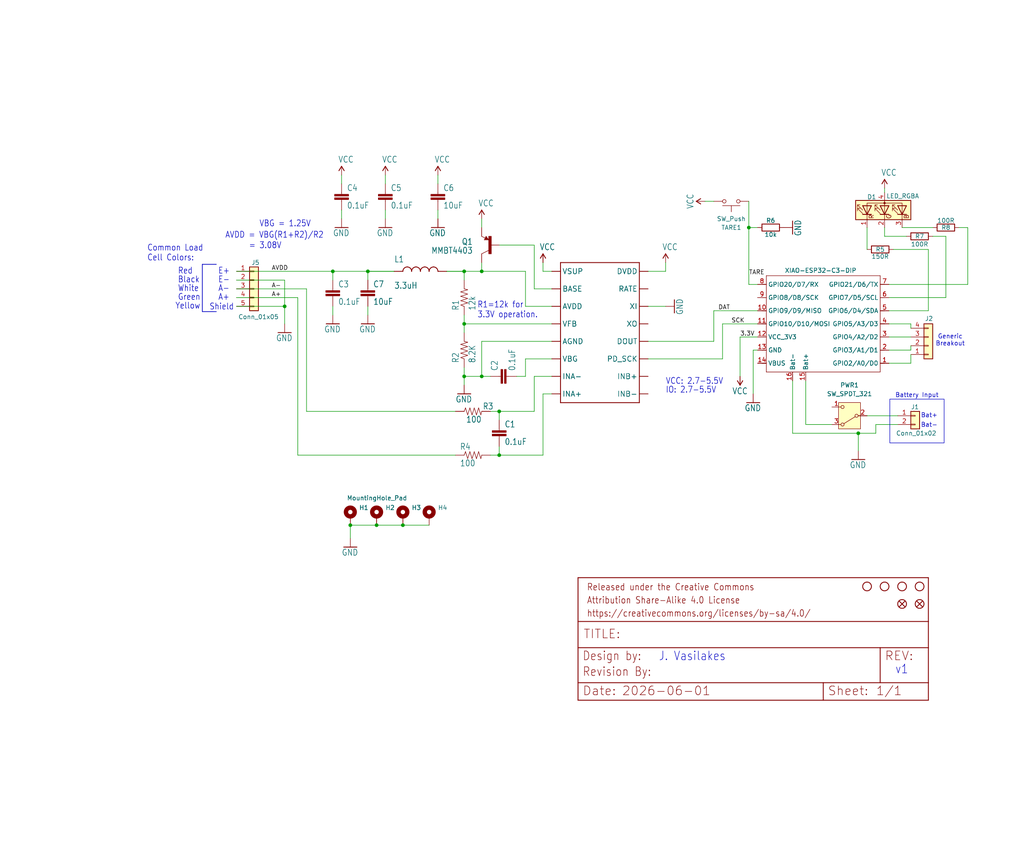
<source format=kicad_sch>
(kicad_sch (version 20250114) (generator "eeschema") (generator_version "9.0")
  (paper "User" 297.002 247.015)
  (lib_symbols
    (symbol "Connector_Generic:Conn_01x02" (pin_names (offset 1.016) (hide yes))
      (property "Reference" "J" (at 0 2.54 0))
      (property "Value" "Conn_01x02" (at 0 -5.08 0))
      (symbol "Conn_01x02_1_1"
        (rectangle (start -1.27 1.27) (end 1.27 -3.81) (stroke (width 0.254)) (fill (type background)))
        (rectangle (start -1.27 0.127) (end 0 -0.127) (stroke (width 0.1524)))
        (rectangle (start -1.27 -2.413) (end 0 -2.667) (stroke (width 0.1524)))
        (pin passive line (at -5.08 0 0) (length 3.81) (name "Pin_1") (number "1"))
        (pin passive line (at -5.08 -2.54 0) (length 3.81) (name "Pin_2") (number "2"))
      )
    )
    (symbol "Connector_Generic:Conn_01x04" (pin_names (offset 1.016) (hide yes))
      (property "Reference" "J" (at 0 5.08 0))
      (property "Value" "Conn_01x04" (at 0 -7.62 0))
      (symbol "Conn_01x04_1_1"
        (rectangle (start -1.27 3.81) (end 1.27 -6.35) (stroke (width 0.254)) (fill (type background)))
        (rectangle (start -1.27 2.667) (end 0 2.413) (stroke (width 0.1524)))
        (rectangle (start -1.27 0.127) (end 0 -0.127) (stroke (width 0.1524)))
        (rectangle (start -1.27 -2.413) (end 0 -2.667) (stroke (width 0.1524)))
        (rectangle (start -1.27 -4.953) (end 0 -5.207) (stroke (width 0.1524)))
        (pin passive line (at -5.08 2.54 0) (length 3.81) (name "Pin_1") (number "1"))
        (pin passive line (at -5.08 0 0) (length 3.81) (name "Pin_2") (number "2"))
        (pin passive line (at -5.08 -2.54 0) (length 3.81) (name "Pin_3") (number "3"))
        (pin passive line (at -5.08 -5.08 0) (length 3.81) (name "Pin_4") (number "4"))
      )
    )
    (symbol "Connector_Generic:Conn_01x05" (pin_names (offset 1.016) (hide yes))
      (property "Reference" "J" (at 0 7.62 0))
      (property "Value" "Conn_01x05" (at 0 -7.62 0))
      (symbol "Conn_01x05_1_1"
        (rectangle (start -1.27 6.35) (end 1.27 -6.35) (stroke (width 0.254)) (fill (type background)))
        (rectangle (start -1.27 5.207) (end 0 4.953) (stroke (width 0.1524)))
        (rectangle (start -1.27 2.667) (end 0 2.413) (stroke (width 0.1524)))
        (rectangle (start -1.27 0.127) (end 0 -0.127) (stroke (width 0.1524)))
        (rectangle (start -1.27 -2.413) (end 0 -2.667) (stroke (width 0.1524)))
        (rectangle (start -1.27 -4.953) (end 0 -5.207) (stroke (width 0.1524)))
        (pin passive line (at -5.08 5.08 0) (length 3.81) (name "Pin_1") (number "1"))
        (pin passive line (at -5.08 2.54 0) (length 3.81) (name "Pin_2") (number "2"))
        (pin passive line (at -5.08 0 0) (length 3.81) (name "Pin_3") (number "3"))
        (pin passive line (at -5.08 -2.54 0) (length 3.81) (name "Pin_4") (number "4"))
        (pin passive line (at -5.08 -5.08 0) (length 3.81) (name "Pin_5") (number "5"))
      )
    )
    (symbol "Device:LED_RGBA" (pin_names (offset 0) (hide yes))
      (property "Reference" "D" (at 0 9.398 0))
      (property "Value" "LED_RGBA" (at 0 -8.89 0))
      (symbol "LED_RGBA_0_0"
        (text "R" (at -1.905 3.81 0) (effects (font (size 1.27 1.27))))
        (text "G" (at -1.905 -1.27 0) (effects (font (size 1.27 1.27))))
        (text "B" (at -1.905 -6.35 0) (effects (font (size 1.27 1.27))))
      )
      (symbol "LED_RGBA_0_1"
        (polyline (pts (xy -1.27 6.35) (xy -1.27 3.81)) (stroke (width 0.254)))
        (polyline (pts (xy -1.27 6.35) (xy -1.27 3.81) (xy -1.27 3.81)))
        (polyline (pts (xy -1.27 5.08) (xy -2.54 5.08)))
        (polyline (pts (xy -1.27 5.08) (xy 1.27 5.08)))
        (polyline (pts (xy -1.27 1.27) (xy -1.27 -1.27)) (stroke (width 0.254)))
        (polyline (pts (xy -1.27 1.27) (xy -1.27 -1.27) (xy -1.27 -1.27)))
        (polyline (pts (xy -1.27 0) (xy -2.54 0)))
        (polyline (pts (xy -1.27 -3.81) (xy -1.27 -6.35)) (stroke (width 0.254)))
        (polyline (pts (xy -1.27 -5.08) (xy -2.54 -5.08)))
        (polyline (pts (xy -1.27 -5.08) (xy 1.27 -5.08)))
        (polyline (pts (xy -1.016 6.35) (xy 0.508 7.874) (xy -0.254 7.874) (xy 0.508 7.874) (xy 0.508 7.112)))
        (polyline (pts (xy -1.016 1.27) (xy 0.508 2.794) (xy -0.254 2.794) (xy 0.508 2.794) (xy 0.508 2.032)))
        (polyline (pts (xy -1.016 -3.81) (xy 0.508 -2.286) (xy -0.254 -2.286) (xy 0.508 -2.286) (xy 0.508 -3.048)))
        (polyline (pts (xy 0 6.35) (xy 1.524 7.874) (xy 0.762 7.874) (xy 1.524 7.874) (xy 1.524 7.112)))
        (polyline (pts (xy 0 1.27) (xy 1.524 2.794) (xy 0.762 2.794) (xy 1.524 2.794) (xy 1.524 2.032)))
        (polyline (pts (xy 0 -3.81) (xy 1.524 -2.286) (xy 0.762 -2.286) (xy 1.524 -2.286) (xy 1.524 -3.048)))
        (polyline (pts (xy 1.27 6.35) (xy 1.27 3.81) (xy -1.27 5.08) (xy 1.27 6.35)) (stroke (width 0.254)))
        (rectangle (start 1.27 6.35) (end 1.27 6.35))
        (rectangle (start 1.27 3.81) (end 1.27 6.35))
        (polyline (pts (xy 1.27 1.27) (xy 1.27 -1.27) (xy -1.27 0) (xy 1.27 1.27)) (stroke (width 0.254)))
        (rectangle (start 1.27 1.27) (end 1.27 1.27))
        (polyline (pts (xy 1.27 0) (xy -1.27 0)))
        (polyline (pts (xy 1.27 0) (xy 2.54 0)))
        (rectangle (start 1.27 -1.27) (end 1.27 1.27))
        (polyline (pts (xy 1.27 -3.81) (xy 1.27 -6.35) (xy -1.27 -5.08) (xy 1.27 -3.81)) (stroke (width 0.254)))
        (polyline (pts (xy 1.27 -5.08) (xy 2.032 -5.08) (xy 2.032 5.08) (xy 1.27 5.08)))
        (circle (center 2.032 0) (radius 0.254) (fill (type outline)))
        (rectangle (start 2.794 8.382) (end -2.794 -7.62) (stroke (width 0.254)) (fill (type background)))
      )
      (symbol "LED_RGBA_1_1"
        (pin passive line (at -5.08 5.08 0) (length 2.54) (name "RK") (number "1"))
        (pin passive line (at -5.08 0 0) (length 2.54) (name "GK") (number "2"))
        (pin passive line (at -5.08 -5.08 0) (length 2.54) (name "BK") (number "3"))
        (pin passive line (at 5.08 0 180) (length 2.54) (name "A") (number "4"))
      )
    )
    (symbol "Device:R" (pin_numbers (hide yes)) (pin_names (offset 0))
      (property "Reference" "R" (at 2.032 0 90))
      (property "Value" "R" (at 0 0 90))
      (symbol "R_0_1"
        (rectangle (start -1.016 -2.54) (end 1.016 2.54) (stroke (width 0.254)))
      )
      (symbol "R_1_1"
        (pin passive line (at 0 3.81 270) (length 1.27) (name "~") (number "1"))
        (pin passive line (at 0 -3.81 90) (length 1.27) (name "~") (number "2"))
      )
    )
    (symbol "Mechanical:MountingHole_Pad" (pin_numbers (hide yes)) (pin_names (offset 1.016) (hide yes)) (in_bom no)
      (property "Reference" "H" (at 0 6.35 0))
      (property "Value" "MountingHole_Pad" (at 0 4.445 0))
      (symbol "MountingHole_Pad_0_1"
        (circle (center 0 1.27) (radius 1.27) (stroke (width 1.27)))
      )
      (symbol "MountingHole_Pad_1_1"
        (pin input line (at 0 -2.54 90) (length 2.54) (name "1") (number "1"))
      )
    )
    (symbol "SparkFun_HX711_Load_Cell-eagle-import:0.1UF-25V-5%(0603)"
      (property "Reference" "C" (at 1.524 2.921 0))
      (symbol "0.1UF-25V-5%(0603)_1_0"
        (rectangle (start -2.032 1.524) (end 2.032 2.032) (fill (type outline)))
        (rectangle (start -2.032 0.508) (end 2.032 1.016) (fill (type outline)))
        (polyline (pts (xy 0 2.54) (xy 0 2.032)) (stroke (width 0.1524)))
        (polyline (pts (xy 0 0) (xy 0 0.508)) (stroke (width 0.1524)))
        (pin passive line (at 0 5.08 270) (length 2.54) (name "1") (number "1"))
        (pin passive line (at 0 -2.54 90) (length 2.54) (name "2") (number "2"))
      )
    )
    (symbol "SparkFun_HX711_Load_Cell-eagle-import:100OHM-1/10W-1%(0603)"
      (property "Reference" "R" (at -3.81 1.4986 0))
      (symbol "100OHM-1/10W-1%(0603)_1_0"
        (polyline (pts (xy -2.54 0) (xy -2.159 1.016)) (stroke (width 0.1524)))
        (polyline (pts (xy -2.159 1.016) (xy -1.524 -1.016)) (stroke (width 0.1524)))
        (polyline (pts (xy -1.524 -1.016) (xy -0.889 1.016)) (stroke (width 0.1524)))
        (polyline (pts (xy -0.889 1.016) (xy -0.254 -1.016)) (stroke (width 0.1524)))
        (polyline (pts (xy -0.254 -1.016) (xy 0.381 1.016)) (stroke (width 0.1524)))
        (polyline (pts (xy 0.381 1.016) (xy 1.016 -1.016)) (stroke (width 0.1524)))
        (polyline (pts (xy 1.016 -1.016) (xy 1.651 1.016)) (stroke (width 0.1524)))
        (polyline (pts (xy 1.651 1.016) (xy 2.286 -1.016)) (stroke (width 0.1524)))
        (polyline (pts (xy 2.286 -1.016) (xy 2.54 0)) (stroke (width 0.1524)))
        (pin passive line (at -5.08 0 0) (length 2.54) (name "1") (number "1"))
        (pin passive line (at 5.08 0 180) (length 2.54) (name "2") (number "2"))
      )
    )
    (symbol "SparkFun_HX711_Load_Cell-eagle-import:10UF50V20%(1210)"
      (property "Reference" "C" (at 1.524 2.921 0))
      (symbol "10UF50V20%(1210)_1_0"
        (rectangle (start -2.032 1.524) (end 2.032 2.032) (fill (type outline)))
        (rectangle (start -2.032 0.508) (end 2.032 1.016) (fill (type outline)))
        (polyline (pts (xy 0 2.54) (xy 0 2.032)) (stroke (width 0.1524)))
        (polyline (pts (xy 0 0) (xy 0 0.508)) (stroke (width 0.1524)))
        (pin passive line (at 0 5.08 270) (length 2.54) (name "1") (number "1"))
        (pin passive line (at 0 -2.54 90) (length 2.54) (name "2") (number "2"))
      )
    )
    (symbol "SparkFun_HX711_Load_Cell-eagle-import:20KOHM1/10W1%(0603)"
      (property "Reference" "R" (at -3.81 1.4986 0))
      (symbol "20KOHM1/10W1%(0603)_1_0"
        (polyline (pts (xy -2.54 0) (xy -2.159 1.016)) (stroke (width 0.1524)))
        (polyline (pts (xy -2.159 1.016) (xy -1.524 -1.016)) (stroke (width 0.1524)))
        (polyline (pts (xy -1.524 -1.016) (xy -0.889 1.016)) (stroke (width 0.1524)))
        (polyline (pts (xy -0.889 1.016) (xy -0.254 -1.016)) (stroke (width 0.1524)))
        (polyline (pts (xy -0.254 -1.016) (xy 0.381 1.016)) (stroke (width 0.1524)))
        (polyline (pts (xy 0.381 1.016) (xy 1.016 -1.016)) (stroke (width 0.1524)))
        (polyline (pts (xy 1.016 -1.016) (xy 1.651 1.016)) (stroke (width 0.1524)))
        (polyline (pts (xy 1.651 1.016) (xy 2.286 -1.016)) (stroke (width 0.1524)))
        (polyline (pts (xy 2.286 -1.016) (xy 2.54 0)) (stroke (width 0.1524)))
        (pin passive line (at -5.08 0 0) (length 2.54) (name "1") (number "1"))
        (pin passive line (at 5.08 0 180) (length 2.54) (name "2") (number "2"))
      )
    )
    (symbol "SparkFun_HX711_Load_Cell-eagle-import:8.2KOHM-1/10W-5%(0603)"
      (property "Reference" "R" (at -3.81 1.4986 0))
      (symbol "8.2KOHM-1/10W-5%(0603)_1_0"
        (polyline (pts (xy -2.54 0) (xy -2.159 1.016)) (stroke (width 0.1524)))
        (polyline (pts (xy -2.159 1.016) (xy -1.524 -1.016)) (stroke (width 0.1524)))
        (polyline (pts (xy -1.524 -1.016) (xy -0.889 1.016)) (stroke (width 0.1524)))
        (polyline (pts (xy -0.889 1.016) (xy -0.254 -1.016)) (stroke (width 0.1524)))
        (polyline (pts (xy -0.254 -1.016) (xy 0.381 1.016)) (stroke (width 0.1524)))
        (polyline (pts (xy 0.381 1.016) (xy 1.016 -1.016)) (stroke (width 0.1524)))
        (polyline (pts (xy 1.016 -1.016) (xy 1.651 1.016)) (stroke (width 0.1524)))
        (polyline (pts (xy 1.651 1.016) (xy 2.286 -1.016)) (stroke (width 0.1524)))
        (polyline (pts (xy 2.286 -1.016) (xy 2.54 0)) (stroke (width 0.1524)))
        (pin passive line (at -5.08 0 0) (length 2.54) (name "1") (number "1"))
        (pin passive line (at 5.08 0 180) (length 2.54) (name "2") (number "2"))
      )
    )
    (symbol "SparkFun_HX711_Load_Cell-eagle-import:FIDUCIAL1X2"
      (symbol "FIDUCIAL1X2_1_0"
        (polyline (pts (xy -0.762 0.762) (xy 0.762 -0.762)) (stroke (width 0.254)))
        (circle (center 0 0) (radius 1.27) (stroke (width 0.254)))
        (polyline (pts (xy 0.762 0.762) (xy -0.762 -0.762)) (stroke (width 0.254)))
      )
    )
    (symbol "SparkFun_HX711_Load_Cell-eagle-import:FRAME-LETTER"
      (symbol "FRAME-LETTER_1_0"
        (polyline (pts (xy 0 185.42) (xy 0 0)) (stroke (width 0.4064)))
        (polyline (pts (xy 0 185.42) (xy 248.92 185.42)) (stroke (width 0.4064)))
        (polyline (pts (xy 0 0) (xy 248.92 0)) (stroke (width 0.4064)))
        (polyline (pts (xy 248.92 185.42) (xy 248.92 0)) (stroke (width 0.4064)))
      )
      (symbol "FRAME-LETTER_2_0"
        (polyline (pts (xy 0 22.86) (xy 0 35.56)) (stroke (width 0.254)))
        (polyline (pts (xy 0 22.86) (xy 101.6 22.86)) (stroke (width 0.254)))
        (polyline (pts (xy 0 15.24) (xy 0 22.86)) (stroke (width 0.254)))
        (polyline (pts (xy 0 5.08) (xy 0 15.24)) (stroke (width 0.254)))
        (polyline (pts (xy 0 5.08) (xy 71.12 5.08)) (stroke (width 0.254)))
        (polyline (pts (xy 0 0) (xy 0 5.08)) (stroke (width 0.254)))
        (polyline (pts (xy 0 0) (xy 71.12 0)) (stroke (width 0.254)))
        (polyline (pts (xy 71.12 5.08) (xy 71.12 0)) (stroke (width 0.254)))
        (polyline (pts (xy 71.12 5.08) (xy 87.63 5.08)) (stroke (width 0.254)))
        (polyline (pts (xy 71.12 0) (xy 101.6 0)) (stroke (width 0.254)))
        (polyline (pts (xy 87.63 15.24) (xy 0 15.24)) (stroke (width 0.254)))
        (polyline (pts (xy 87.63 15.24) (xy 87.63 5.08)) (stroke (width 0.254)))
        (polyline (pts (xy 87.63 5.08) (xy 101.6 5.08)) (stroke (width 0.254)))
        (polyline (pts (xy 101.6 35.56) (xy 0 35.56)) (stroke (width 0.254)))
        (polyline (pts (xy 101.6 35.56) (xy 101.6 22.86)) (stroke (width 0.254)))
        (polyline (pts (xy 101.6 22.86) (xy 101.6 15.24)) (stroke (width 0.254)))
        (polyline (pts (xy 101.6 15.24) (xy 87.63 15.24)) (stroke (width 0.254)))
        (polyline (pts (xy 101.6 15.24) (xy 101.6 5.08)) (stroke (width 0.254)))
        (polyline (pts (xy 101.6 5.08) (xy 101.6 0)) (stroke (width 0.254)))
        (text "Design by:" (at 1.27 11.43 0) (effects (font (size 2.54 2.159)) (justify left bottom)))
        (text "Date:" (at 1.27 1.27 0) (effects (font (size 2.54 2.54)) (justify left bottom)))
        (text "TITLE:" (at 1.524 17.78 0) (effects (font (size 2.54 2.54)) (justify left bottom)))
        (text "Released under the Creative Commons" (at 2.54 31.75 0) (effects (font (size 1.9304 1.6408)) (justify left bottom)))
        (text "Attribution Share-Alike 4.0 License" (at 2.54 27.94 0) (effects (font (size 1.9304 1.6408)) (justify left bottom)))
        (text "https://creativecommons.org/licenses/by-sa/4.0/" (at 2.54 24.13 0) (effects (font (size 1.9304 1.6408)) (justify left bottom)))
        (text "${CURRENT_DATE}" (at 12.7 1.27 0) (effects (font (size 2.54 2.54)) (justify left bottom)))
        (text "${PROJECTNAME}" (at 15.494 17.78 0) (effects (font (size 2.7432 2.7432)) (justify left bottom)))
        (text "Sheet:" (at 72.39 1.27 0) (effects (font (size 2.54 2.54)) (justify left bottom)))
        (text "${#}/${##}" (at 86.36 1.27 0) (effects (font (size 2.54 2.54)) (justify left bottom)))
        (text "REV:" (at 88.9 11.43 0) (effects (font (size 2.54 2.54)) (justify left bottom)))
      )
    )
    (symbol "SparkFun_HX711_Load_Cell-eagle-import:GND" (power)
      (symbol "GND_1_0"
        (polyline (pts (xy -1.905 0) (xy 1.905 0)) (stroke (width 0.254)))
        (pin power_in line (at 0 2.54 270) (length 2.54) (name "GND") (number "1"))
      )
    )
    (symbol "SparkFun_HX711_Load_Cell-eagle-import:HX711HX711"
      (symbol "HX711HX711_1_0"
        (polyline (pts (xy -12.7 20.32) (xy 10.16 20.32)) (stroke (width 0.254)))
        (polyline (pts (xy -12.7 -20.32) (xy -12.7 20.32)) (stroke (width 0.254)))
        (polyline (pts (xy 10.16 20.32) (xy 10.16 -20.32)) (stroke (width 0.254)))
        (polyline (pts (xy 10.16 -20.32) (xy -12.7 -20.32)) (stroke (width 0.254)))
        (pin bidirectional line (at -15.24 17.78 0) (length 2.54) (name "VSUP") (number "1"))
        (pin bidirectional line (at -15.24 12.7 0) (length 2.54) (name "BASE") (number "2"))
        (pin bidirectional line (at -15.24 7.62 0) (length 2.54) (name "AVDD") (number "3"))
        (pin bidirectional line (at -15.24 2.54 0) (length 2.54) (name "VFB") (number "4"))
        (pin bidirectional line (at -15.24 -2.54 0) (length 2.54) (name "AGND") (number "5"))
        (pin bidirectional line (at -15.24 -7.62 0) (length 2.54) (name "VBG") (number "6"))
        (pin bidirectional line (at -15.24 -12.7 0) (length 2.54) (name "INA-") (number "7"))
        (pin bidirectional line (at -15.24 -17.78 0) (length 2.54) (name "INA+") (number "8"))
        (pin bidirectional line (at 12.7 17.78 180) (length 2.54) (name "DVDD") (number "16"))
        (pin bidirectional line (at 12.7 12.7 180) (length 2.54) (name "RATE") (number "15"))
        (pin bidirectional line (at 12.7 7.62 180) (length 2.54) (name "XI") (number "14"))
        (pin bidirectional line (at 12.7 2.54 180) (length 2.54) (name "XO") (number "13"))
        (pin bidirectional line (at 12.7 -2.54 180) (length 2.54) (name "DOUT") (number "12"))
        (pin bidirectional line (at 12.7 -7.62 180) (length 2.54) (name "PD_SCK") (number "11"))
        (pin bidirectional line (at 12.7 -12.7 180) (length 2.54) (name "INB+") (number "10"))
        (pin bidirectional line (at 12.7 -17.78 180) (length 2.54) (name "INB-") (number "9"))
      )
    )
    (symbol "SparkFun_HX711_Load_Cell-eagle-import:INDUCTOR0805-IND"
      (property "Reference" "L" (at 2.54 5.08 0))
      (symbol "INDUCTOR0805-IND_1_0"
        (arc (start 1.27 3.81) (mid 0.898 2.912) (end 0 2.54) (stroke (width 0.254)))
        (arc (start 0 5.08) (mid 0.898 4.708) (end 1.27 3.81) (stroke (width 0.254)))
        (arc (start 1.27 1.27) (mid 0.898 0.372) (end 0 0) (stroke (width 0.254)))
        (arc (start 0 2.54) (mid 0.898 2.168) (end 1.27 1.27) (stroke (width 0.254)))
        (arc (start 1.27 -1.27) (mid 0.898 -2.168) (end 0 -2.54) (stroke (width 0.254)))
        (arc (start 0 0) (mid 0.898 -0.372) (end 1.27 -1.27) (stroke (width 0.254)))
        (arc (start 1.27 -3.81) (mid 0.898 -4.708) (end 0 -5.08) (stroke (width 0.254)))
        (arc (start 0 -2.54) (mid 0.898 -2.912) (end 1.27 -3.81) (stroke (width 0.254)))
        (pin passive line (at 0 7.62 270) (length 2.54) (name "1") (number "1"))
        (pin passive line (at 0 -7.62 90) (length 2.54) (name "2") (number "2"))
      )
    )
    (symbol "SparkFun_HX711_Load_Cell-eagle-import:REVISION"
      (symbol "REVISION_1_0"
        (text "Revision By:" (at 0 0 0) (effects (font (size 2.54 2.159)) (justify left bottom)))
      )
    )
    (symbol "SparkFun_HX711_Load_Cell-eagle-import:STAND-OFF"
      (symbol "STAND-OFF_1_0"
        (circle (center 0 0) (radius 1.27) (stroke (width 0.254)))
      )
    )
    (symbol "SparkFun_HX711_Load_Cell-eagle-import:TRANSISTOR_PNPMMBT4403"
      (property "Reference" "Q" (at 5.08 0 0))
      (symbol "TRANSISTOR_PNPMMBT4403_1_0"
        (rectangle (start -0.254 -2.54) (end 0.508 2.54) (fill (type outline)))
        (polyline (pts (xy 0.508 1.524) (xy 1.27 2.54)) (stroke (width 0.1524)))
        (polyline (pts (xy 0.508 -1.524) (xy 2.54 -2.54)) (stroke (width 0.1524)))
        (polyline (pts (xy 0.8128 1.778) (xy 0.889 1.6256)) (stroke (width 0.2032)))
        (polyline (pts (xy 0.9398 1.8796) (xy 1.0414 1.651)) (stroke (width 0.2032)))
        (polyline (pts (xy 1.016 2.032) (xy 1.2192 1.6256)) (stroke (width 0.2032)))
        (polyline (pts (xy 1.143 2.159) (xy 1.397 1.6256)) (stroke (width 0.2032)))
        (polyline (pts (xy 1.2192 2.3114) (xy 1.5748 1.6256)) (stroke (width 0.2032)))
        (polyline (pts (xy 1.27 2.54) (xy 1.778 1.524)) (stroke (width 0.1524)))
        (polyline (pts (xy 1.778 1.524) (xy 0.508 1.524)) (stroke (width 0.1524)))
        (polyline (pts (xy 2.54 2.54) (xy 0.508 1.524)) (stroke (width 0.1524)))
        (pin passive line (at -2.54 0 0) (length 2.54) (name "B") (number "1"))
        (pin passive line (at 2.54 5.08 270) (length 2.54) (name "E") (number "2"))
        (pin passive line (at 2.54 -5.08 90) (length 2.54) (name "C") (number "3"))
      )
    )
    (symbol "SparkFun_HX711_Load_Cell-eagle-import:VCC" (power)
      (symbol "VCC_1_0"
        (polyline (pts (xy 0 2.54) (xy -0.762 1.27)) (stroke (width 0.254)))
        (polyline (pts (xy 0.762 1.27) (xy 0 2.54)) (stroke (width 0.254)))
        (pin power_in line (at 0 0 90) (length 2.54) (name "VCC") (number "1"))
      )
    )
    (symbol "Switch:SW_Push" (pin_numbers (hide yes)) (pin_names (offset 1.016) (hide yes))
      (property "Reference" "SW" (at 1.27 2.54 0))
      (property "Value" "SW_Push" (at 0 -1.524 0))
      (symbol "SW_Push_0_1"
        (circle (center -2.032 0) (radius 0.508))
        (polyline (pts (xy 0 1.27) (xy 0 3.048)))
        (circle (center 2.032 0) (radius 0.508))
        (polyline (pts (xy 2.54 1.27) (xy -2.54 1.27)))
        (pin passive line (at -5.08 0 0) (length 2.54) (name "1") (number "1"))
        (pin passive line (at 5.08 0 180) (length 2.54) (name "2") (number "2"))
      )
    )
    (symbol "Switch:SW_SPDT_321" (pin_names (offset 1) (hide yes))
      (property "Reference" "SW" (at 0 5.08 0))
      (property "Value" "SW_SPDT_321" (at 0 -5.08 0))
      (symbol "SW_SPDT_321_0_1"
        (circle (center -2.032 0) (radius 0.4572))
        (polyline (pts (xy -1.651 0.254) (xy 1.651 2.286)))
        (circle (center 2.032 2.54) (radius 0.4572))
        (circle (center 2.032 -2.54) (radius 0.4572))
      )
      (symbol "SW_SPDT_321_1_1"
        (rectangle (start -3.175 3.81) (end 3.175 -3.81) (fill (type background)))
        (pin passive line (at -5.08 0 0) (length 2.54) (name "B") (number "2"))
        (pin passive line (at 5.08 2.54 180) (length 2.54) (name "A") (number "3"))
        (pin passive line (at 5.08 -2.54 180) (length 2.54) (name "C") (number "1"))
      )
    )
    (symbol "xiao:XIAO-ESP32-C3-DIP"
      (property "Reference" "U" (at 1.016 2.794 0))
      (property "Value" "XIAO-ESP32-C3-DIP" (at 7.62 1.016 0))
      (symbol "XIAO-ESP32-C3-DIP_1_0"
        (polyline (pts (xy 0 0) (xy 33.02 0)) (stroke (width 0.1524)))
        (polyline (pts (xy 0 -2.54) (xy -1.27 -2.54)) (stroke (width 0.1524)))
        (polyline (pts (xy 0 -2.54) (xy 0 0)) (stroke (width 0.1524)))
        (polyline (pts (xy 0 -6.35) (xy -1.27 -6.35)) (stroke (width 0.1524)))
        (polyline (pts (xy 0 -6.35) (xy 0 -2.54)) (stroke (width 0.1524)))
        (polyline (pts (xy 0 -10.16) (xy -1.27 -10.16)) (stroke (width 0.1524)))
        (polyline (pts (xy 0 -10.16) (xy 0 -6.35)) (stroke (width 0.1524)))
        (polyline (pts (xy 0 -13.97) (xy -1.27 -13.97)) (stroke (width 0.1524)))
        (polyline (pts (xy 0 -13.97) (xy 0 -10.16)) (stroke (width 0.1524)))
        (polyline (pts (xy 0 -17.78) (xy -1.27 -17.78)) (stroke (width 0.1524)))
        (polyline (pts (xy 0 -21.59) (xy -1.27 -21.59)) (stroke (width 0.1524)))
        (polyline (pts (xy 0 -25.4) (xy -1.27 -25.4)) (stroke (width 0.1524)))
        (polyline (pts (xy 0 -27.94) (xy 0 -13.97)) (stroke (width 0.1524)))
        (polyline (pts (xy 33.02 0) (xy 33.02 -2.54)) (stroke (width 0.1524)))
        (polyline (pts (xy 33.02 -2.54) (xy 33.02 -6.35)) (stroke (width 0.1524)))
        (polyline (pts (xy 33.02 -6.35) (xy 33.02 -10.16)) (stroke (width 0.1524)))
        (polyline (pts (xy 33.02 -10.16) (xy 33.02 -27.94)) (stroke (width 0.1524)))
        (polyline (pts (xy 33.02 -27.94) (xy 0 -27.94)) (stroke (width 0.1524)))
        (polyline (pts (xy 34.29 -2.54) (xy 33.02 -2.54)) (stroke (width 0.1524)))
        (polyline (pts (xy 34.29 -6.35) (xy 33.02 -6.35)) (stroke (width 0.1524)))
        (polyline (pts (xy 34.29 -10.16) (xy 33.02 -10.16)) (stroke (width 0.1524)))
        (polyline (pts (xy 34.29 -13.97) (xy 33.02 -13.97)) (stroke (width 0.1524)))
        (polyline (pts (xy 34.29 -17.78) (xy 33.02 -17.78)) (stroke (width 0.1524)))
        (polyline (pts (xy 34.29 -21.59) (xy 33.02 -21.59)) (stroke (width 0.1524)))
        (polyline (pts (xy 34.29 -25.4) (xy 33.02 -25.4)) (stroke (width 0.1524)))
        (pin passive line (at -2.54 -2.54 0) (length 2.54) (name "GPIO2/A0/D0") (number "1"))
        (pin passive line (at -2.54 -6.35 0) (length 2.54) (name "GPIO3/A1/D1") (number "2"))
        (pin passive line (at -2.54 -10.16 0) (length 2.54) (name "GPIO4/A2/D2") (number "3"))
        (pin passive line (at -2.54 -13.97 0) (length 2.54) (name "GPIO5/A3/D3") (number "4"))
        (pin passive line (at -2.54 -17.78 0) (length 2.54) (name "GPIO6/D4/SDA") (number "5"))
        (pin passive line (at -2.54 -21.59 0) (length 2.54) (name "GPIO7/D5/SCL") (number "6"))
        (pin passive line (at -2.54 -25.4 0) (length 2.54) (name "GPIO21/D6/TX") (number "7"))
        (pin passive line (at 35.56 -2.54 180) (length 2.54) (name "VBUS") (number "14"))
        (pin passive line (at 35.56 -6.35 180) (length 2.54) (name "GND") (number "13"))
        (pin passive line (at 35.56 -10.16 180) (length 2.54) (name "VCC_3V3") (number "12"))
        (pin passive line (at 35.56 -13.97 180) (length 2.54) (name "GPIO10/D10/MOSI") (number "11"))
        (pin passive line (at 35.56 -17.78 180) (length 2.54) (name "GPIO9/D9/MISO") (number "10"))
        (pin passive line (at 35.56 -21.59 180) (length 2.54) (name "GPIO8/D8/SCK") (number "9"))
        (pin passive line (at 35.56 -25.4 180) (length 2.54) (name "GPIO20/D7/RX") (number "8"))
      )
      (symbol "XIAO-ESP32-C3-DIP_1_1"
        (pin input line (at 21.59 2.54 270) (length 2.54) (name "Bat+") (number "15"))
        (pin input line (at 25.4 2.54 270) (length 2.54) (name "Bat-") (number "16"))
      )
    )
  )
  (rectangle (start 258.064 115.824) (end 273.812 128.524))
  (text "Red" (at 51.562 79.756 0) (effects (font (size 1.778 1.5113)) (justify left bottom)))
  (text "AVDD = VBG(R1+R2)/R2" (at 65.278 69.342 0) (effects (font (size 1.778 1.5113)) (justify left bottom)))
  (text "A+" (at 63.246 87.376 0) (effects (font (size 1.778 1.5113)) (justify left bottom)))
  (text "E+" (at 63.246 79.756 0) (effects (font (size 1.778 1.5113)) (justify left bottom)))
  (text "Bat+" (at 269.494 120.65 0) (effects (font (size 1.27 1.27))))
  (text "White" (at 51.562 84.836 0) (effects (font (size 1.778 1.5113)) (justify left bottom)))
  (text "IO: 2.7-5.5V" (at 193.04 114.3 0) (effects (font (size 1.778 1.5113)) (justify left bottom)))
  (text "Yellow" (at 50.8 89.916 0) (effects (font (size 1.778 1.5113)) (justify left bottom)))
  (text "Generic\nBreakout" (at 275.59 98.806 0) (effects (font (size 1.27 1.27))))
  (text "= 3.08V" (at 72.136 72.39 0) (effects (font (size 1.778 1.5113)) (justify left bottom)))
  (text "VBG = 1.25V" (at 75.184 66.04 0) (effects (font (size 1.778 1.5113)) (justify left bottom)))
  (text "R1=12k for\n3.3V operation." (at 138.43 92.456 0) (effects (font (size 1.778 1.5113)) (justify left bottom)))
  (text "Bat-" (at 269.494 123.444 0) (effects (font (size 1.27 1.27))))
  (text "Black" (at 51.562 82.296 0) (effects (font (size 1.778 1.5113)) (justify left bottom)))
  (text "VCC: 2.7-5.5V" (at 193.04 111.76 0) (effects (font (size 1.778 1.5113)) (justify left bottom)))
  (text "Battery Input" (at 265.938 114.808 0) (effects (font (size 1.27 1.27))))
  (text "J. Vasilakes" (at 191.008 192.024 0) (effects (font (size 2.54 2.159)) (justify left bottom)))
  (text "A-" (at 63.246 84.836 0) (effects (font (size 1.778 1.5113)) (justify left bottom)))
  (text "E-" (at 63.246 82.296 0) (effects (font (size 1.778 1.5113)) (justify left bottom)))
  (text "Common Load\nCell Colors:" (at 42.672 75.946 0) (effects (font (size 1.778 1.5113)) (justify left bottom)))
  (text "Shield" (at 60.706 90.17 0) (effects (font (size 1.778 1.5113)) (justify left bottom)))
  (text "Green" (at 51.562 87.376 0) (effects (font (size 1.778 1.5113)) (justify left bottom)))
  (text "v1" (at 259.588 195.834 0) (effects (font (size 2.54 2.159)) (justify left bottom)))
  (junction (at 248.92 125.73))
  (junction (at 96.52 78.74))
  (junction (at 139.7 109.22))
  (junction (at 116.84 152.4))
  (junction (at 109.22 152.4))
  (junction (at 134.62 78.74))
  (junction (at 144.78 132.08))
  (junction (at 134.62 109.22))
  (junction (at 217.17 66.04))
  (junction (at 101.6 152.4))
  (junction (at 134.62 93.98))
  (junction (at 106.68 78.74))
  (junction (at 144.78 119.38))
  (junction (at 139.7 78.74))
  (junction (at 82.55 88.9))
  (wire (pts (xy 68.58 88.9) (xy 82.55 88.9)))
  (wire (pts (xy 106.68 91.44) (xy 106.68 88.9)) (stroke (width 0.1524)))
  (wire (pts (xy 106.68 78.74) (xy 96.52 78.74)) (stroke (width 0.1524)))
  (wire (pts (xy 68.58 83.82) (xy 88.9 83.82)) (stroke (width 0.1524)))
  (wire (pts (xy 274.32 68.58) (xy 274.32 86.36)))
  (wire (pts (xy 106.68 78.74) (xy 106.68 81.28)) (stroke (width 0.1524)))
  (wire (pts (xy 86.36 132.08) (xy 86.36 86.36)) (stroke (width 0.1524)))
  (wire (pts (xy 261.62 66.04) (xy 270.51 66.04)))
  (wire (pts (xy 251.46 66.04) (xy 251.46 72.39)))
  (wire (pts (xy 256.54 68.58) (xy 262.89 68.58)))
  (wire (pts (xy 144.78 121.92) (xy 144.78 119.38)) (stroke (width 0.1524)))
  (wire (pts (xy 129.54 78.74) (xy 134.62 78.74)) (stroke (width 0.2032)))
  (wire (pts (xy 96.52 88.9) (xy 96.52 91.44)) (stroke (width 0.1524)))
  (wire (pts (xy 160.02 114.3) (xy 157.48 114.3)) (stroke (width 0.1524)))
  (wire (pts (xy 106.68 78.74) (xy 114.3 78.74)) (stroke (width 0.2032)))
  (wire (pts (xy 248.92 125.73) (xy 254 125.73)))
  (wire (pts (xy 207.01 58.42) (xy 204.47 58.42)))
  (wire (pts (xy 233.68 110.49) (xy 233.68 123.19)))
  (wire (pts (xy 101.6 152.4) (xy 109.22 152.4)))
  (wire (pts (xy 139.7 99.06) (xy 139.7 109.22)) (stroke (width 0.1524)))
  (wire (pts (xy 160.02 93.98) (xy 134.62 93.98)) (stroke (width 0.1524)))
  (wire (pts (xy 256.54 54.61) (xy 256.54 55.88)))
  (wire (pts (xy 82.55 81.28) (xy 82.55 88.9)))
  (wire (pts (xy 152.4 78.74) (xy 139.7 78.74)) (stroke (width 0.1524)))
  (wire (pts (xy 217.17 82.55) (xy 219.71 82.55)))
  (wire (pts (xy 154.94 119.38) (xy 144.78 119.38)) (stroke (width 0.1524)))
  (wire (pts (xy 257.81 97.79) (xy 264.16 97.79)))
  (wire (pts (xy 101.6 152.4) (xy 101.6 156.21)))
  (polyline (pts (xy 58.674 76.708) (xy 62.738 76.708)) (stroke (width 0.2032) (type solid)))
  (wire (pts (xy 259.08 72.39) (xy 269.24 72.39)))
  (wire (pts (xy 280.67 66.04) (xy 280.67 82.55)))
  (polyline (pts (xy 58.674 76.708) (xy 58.674 90.424)) (stroke (width 0.2032) (type solid)))
  (wire (pts (xy 229.87 125.73) (xy 248.92 125.73)))
  (wire (pts (xy 269.24 72.39) (xy 269.24 90.17)))
  (wire (pts (xy 144.78 119.38) (xy 142.24 119.38)) (stroke (width 0.1524)))
  (wire (pts (xy 154.94 71.12) (xy 154.94 83.82)) (stroke (width 0.1524)))
  (wire (pts (xy 254 125.73) (xy 254 123.19)))
  (wire (pts (xy 278.13 66.04) (xy 280.67 66.04)))
  (wire (pts (xy 152.4 88.9) (xy 152.4 78.74)) (stroke (width 0.1524)))
  (wire (pts (xy 160.02 104.14) (xy 152.4 104.14)) (stroke (width 0.1524)))
  (wire (pts (xy 154.94 109.22) (xy 154.94 119.38)) (stroke (width 0.1524)))
  (wire (pts (xy 219.71 66.04) (xy 217.17 66.04)))
  (wire (pts (xy 144.78 129.54) (xy 144.78 132.08)) (stroke (width 0.1524)))
  (wire (pts (xy 264.16 101.6) (xy 264.16 100.33)))
  (wire (pts (xy 257.81 82.55) (xy 280.67 82.55)))
  (wire (pts (xy 160.02 99.06) (xy 139.7 99.06)) (stroke (width 0.1524)))
  (wire (pts (xy 68.58 81.28) (xy 76.2 81.28)) (stroke (width 0.1524)))
  (wire (pts (xy 160.02 83.82) (xy 154.94 83.82)) (stroke (width 0.1524)))
  (wire (pts (xy 160.02 88.9) (xy 152.4 88.9)) (stroke (width 0.1524)))
  (wire (pts (xy 152.4 104.14) (xy 152.4 109.22)) (stroke (width 0.1524)))
  (wire (pts (xy 214.63 97.79) (xy 219.71 97.79)))
  (wire (pts (xy 218.44 101.6) (xy 218.44 114.3)))
  (wire (pts (xy 264.16 93.98) (xy 264.16 95.25)))
  (wire (pts (xy 157.48 114.3) (xy 157.48 132.08)) (stroke (width 0.1524)))
  (wire (pts (xy 82.55 81.28) (xy 76.2 81.28)))
  (wire (pts (xy 139.7 63.5) (xy 139.7 66.04)) (stroke (width 0.1524)))
  (wire (pts (xy 256.54 66.04) (xy 256.54 68.58)))
  (wire (pts (xy 193.04 78.74) (xy 193.04 76.2)) (stroke (width 0.1524)))
  (wire (pts (xy 96.52 81.28) (xy 96.52 78.74)) (stroke (width 0.1524)))
  (wire (pts (xy 134.62 96.52) (xy 134.62 93.98)) (stroke (width 0.1524)))
  (wire (pts (xy 157.48 76.2) (xy 157.48 78.74)) (stroke (width 0.1524)))
  (wire (pts (xy 187.96 104.14) (xy 209.55 104.14)))
  (wire (pts (xy 217.17 66.04) (xy 217.17 82.55)))
  (wire (pts (xy 134.62 93.98) (xy 134.62 91.44)) (stroke (width 0.1524)))
  (wire (pts (xy 116.84 152.4) (xy 124.46 152.4)))
  (wire (pts (xy 214.63 97.79) (xy 214.63 109.22)))
  (wire (pts (xy 134.62 81.28) (xy 134.62 78.74)) (stroke (width 0.1524)))
  (wire (pts (xy 217.17 66.04) (xy 217.17 58.42)))
  (wire (pts (xy 269.24 90.17) (xy 257.81 90.17)))
  (wire (pts (xy 264.16 105.41) (xy 264.16 102.87)))
  (wire (pts (xy 127 53.34) (xy 127 50.8)) (stroke (width 0.1524)))
  (wire (pts (xy 257.81 105.41) (xy 264.16 105.41)))
  (wire (pts (xy 88.9 119.38) (xy 88.9 83.82)) (stroke (width 0.1524)))
  (wire (pts (xy 187.96 78.74) (xy 193.04 78.74)) (stroke (width 0.1524)))
  (wire (pts (xy 127 60.96) (xy 127 63.5)) (stroke (width 0.1524)))
  (wire (pts (xy 257.81 93.98) (xy 264.16 93.98)))
  (wire (pts (xy 187.96 88.9) (xy 193.04 88.9)) (stroke (width 0.1524)))
  (wire (pts (xy 219.71 101.6) (xy 218.44 101.6)))
  (wire (pts (xy 160.02 109.22) (xy 154.94 109.22)) (stroke (width 0.1524)))
  (wire (pts (xy 144.78 132.08) (xy 142.24 132.08)) (stroke (width 0.1524)))
  (wire (pts (xy 157.48 132.08) (xy 144.78 132.08)) (stroke (width 0.1524)))
  (wire (pts (xy 134.62 106.68) (xy 134.62 109.22)) (stroke (width 0.1524)))
  (wire (pts (xy 251.46 120.65) (xy 260.35 120.65)))
  (wire (pts (xy 209.55 104.14) (xy 209.55 93.98)))
  (wire (pts (xy 68.58 78.74) (xy 96.52 78.74)) (stroke (width 0.1524)))
  (wire (pts (xy 207.01 99.06) (xy 187.96 99.06)))
  (wire (pts (xy 207.01 99.06) (xy 207.01 90.17)))
  (wire (pts (xy 207.01 90.17) (xy 219.71 90.17)))
  (wire (pts (xy 248.92 125.73) (xy 248.92 130.81)))
  (wire (pts (xy 99.06 63.5) (xy 99.06 60.96)) (stroke (width 0.1524)))
  (wire (pts (xy 111.76 63.5) (xy 111.76 60.96)) (stroke (width 0.1524)))
  (wire (pts (xy 139.7 78.74) (xy 134.62 78.74)) (stroke (width 0.1524)))
  (wire (pts (xy 132.08 119.38) (xy 88.9 119.38)) (stroke (width 0.1524)))
  (wire (pts (xy 144.78 71.12) (xy 154.94 71.12)) (stroke (width 0.1524)))
  (wire (pts (xy 139.7 76.2) (xy 139.7 78.74)) (stroke (width 0.1524)))
  (wire (pts (xy 109.22 152.4) (xy 116.84 152.4)))
  (wire (pts (xy 139.7 109.22) (xy 134.62 109.22)) (stroke (width 0.1524)))
  (wire (pts (xy 111.76 50.8) (xy 111.76 53.34)) (stroke (width 0.1524)))
  (wire (pts (xy 157.48 78.74) (xy 160.02 78.74)) (stroke (width 0.1524)))
  (wire (pts (xy 254 123.19) (xy 260.35 123.19)))
  (wire (pts (xy 270.51 68.58) (xy 274.32 68.58)))
  (polyline (pts (xy 58.674 90.424) (xy 62.738 90.424)) (stroke (width 0.2032) (type solid)))
  (wire (pts (xy 241.3 123.19) (xy 233.68 123.19)))
  (wire (pts (xy 209.55 93.98) (xy 219.71 93.98)))
  (wire (pts (xy 257.81 101.6) (xy 264.16 101.6)))
  (wire (pts (xy 274.32 86.36) (xy 257.81 86.36)))
  (wire (pts (xy 132.08 132.08) (xy 86.36 132.08)) (stroke (width 0.1524)))
  (wire (pts (xy 134.62 111.76) (xy 134.62 109.22)) (stroke (width 0.1524)))
  (wire (pts (xy 152.4 109.22) (xy 149.86 109.22)) (stroke (width 0.1524)))
  (wire (pts (xy 68.58 86.36) (xy 86.36 86.36)) (stroke (width 0.1524)))
  (wire (pts (xy 142.24 109.22) (xy 139.7 109.22)) (stroke (width 0.1524)))
  (wire (pts (xy 229.87 125.73) (xy 229.87 110.49)))
  (wire (pts (xy 99.06 50.8) (xy 99.06 53.34)) (stroke (width 0.1524)))
  (wire (pts (xy 82.55 88.9) (xy 82.55 93.98)))
  (label "TARE" (at 217.17 80.01 0) (effects (font (size 1.2446 1.2446))))
  (label "A-" (at 78.74 83.82 0) (effects (font (size 1.2446 1.2446))))
  (label "3.3V" (at 214.63 97.79 0) (effects (font (size 1.2446 1.2446))))
  (label "AVDD" (at 78.74 78.74 0) (effects (font (size 1.2446 1.2446))))
  (label "A+" (at 78.74 86.36 0) (effects (font (size 1.2446 1.2446))))
  (label "DAT" (at 208.28 90.17 0) (effects (font (size 1.2446 1.2446))))
  (label "SCK" (at 212.09 93.98 0) (effects (font (size 1.2446 1.2446))))
  (symbol (lib_id "Mechanical:MountingHole_Pad") (at 109.22 149.86 0) (unit 1) (in_bom no)
    (property "Reference" "H2" (at 111.76 147.3199 0) (effects (justify left)))
    (property "Value" "MountingHole_Pad" (effects (hide yes)))
    (property "Footprint" "MountingHole:MountingHole_3.2mm_M3_DIN965_Pad_TopOnly" (effects (hide yes)))
    (property "Description" "Mounting Hole with connection" (effects (hide yes)))
  )
  (symbol (lib_id "SparkFun_HX711_Load_Cell-eagle-import:GND") (at 99.06 66.04 0) (unit 1)
    (property "Reference" "#GND10" (effects (hide yes)))
    (property "Value" "GND" (at 96.52 68.58 0) (effects (font (size 1.778 1.5113)) (justify left bottom)))
  )
  (symbol (lib_id "SparkFun_HX711_Load_Cell-eagle-import:GND") (at 218.44 116.84 0) (unit 1)
    (property "Reference" "#GND1" (effects (hide yes)))
    (property "Value" "GND" (at 215.9 119.38 0) (effects (font (size 1.778 1.5113)) (justify left bottom)))
  )
  (symbol (lib_id "SparkFun_HX711_Load_Cell-eagle-import:INDUCTOR0805-IND") (at 121.92 78.74 90) (unit 1)
    (property "Reference" "L1" (at 114.3 76.2 90) (effects (font (size 1.778 1.5113)) (justify right top)))
    (property "Value" "3.3uH" (at 114.3 83.82 90) (effects (font (size 1.778 1.5113)) (justify right top)))
    (property "Footprint" "PCM_JLCPCB:L_0805" (effects (hide yes)))
  )
  (symbol (lib_id "SparkFun_HX711_Load_Cell-eagle-import:100OHM-1/10W-1%(0603)") (at 137.16 132.08 0) (unit 1)
    (property "Reference" "R4" (at 133.35 130.5814 0) (effects (font (size 1.778 1.5113)) (justify left bottom)))
    (property "Value" "100" (at 133.35 135.382 0) (effects (font (size 1.778 1.5113)) (justify left bottom)))
    (property "Footprint" "PCM_JLCPCB:R_0603" (effects (hide yes)))
  )
  (symbol (lib_id "SparkFun_HX711_Load_Cell-eagle-import:FIDUCIAL1X2") (at 261.62 175.26 0) (unit 1)
    (property "Reference" "FID2" (effects (hide yes)))
    (property "Value" "FIDUCIAL1X2" (effects (hide yes)))
    (property "Footprint" "SparkFun_HX711_Load_Cell:FIDUCIAL-1X2" (effects (hide yes)))
  )
  (symbol (lib_id "Switch:SW_SPDT_321") (at 246.38 120.65 180) (unit 1)
    (property "Reference" "PWR1" (at 246.38 111.76 0))
    (property "Value" "SW_SPDT_321" (at 246.38 114.3 0))
    (property "Footprint" "Button_Switch_THT:SW_Slide_SPDT_Angled_CK_OS102011MA1Q" (effects (hide yes)))
    (property "Description" "Switch, single pole double throw" (effects (hide yes)))
  )
  (symbol (lib_id "SparkFun_HX711_Load_Cell-eagle-import:VCC") (at 214.63 109.22 180) (unit 1)
    (property "Reference" "#SUPPLY05" (effects (hide yes)))
    (property "Value" "VCC" (at 216.916 112.522 0) (effects (font (size 1.778 1.5113)) (justify left bottom)))
  )
  (symbol (lib_id "SparkFun_HX711_Load_Cell-eagle-import:GND") (at 229.87 66.04 90) (unit 1)
    (property "Reference" "#GND07" (effects (hide yes)))
    (property "Value" "GND" (at 232.41 68.58 0) (effects (font (size 1.778 1.5113)) (justify left bottom)))
  )
  (symbol (lib_id "SparkFun_HX711_Load_Cell-eagle-import:REVISION") (at 168.91 196.342 0) (unit 1)
    (property "Reference" "U$1" (effects (hide yes)))
    (property "Value" "REVISION" (effects (hide yes)))
    (property "Footprint" "SparkFun_HX711_Load_Cell:REVISION" (effects (hide yes)))
  )
  (symbol (lib_id "Mechanical:MountingHole_Pad") (at 124.46 149.86 0) (unit 1) (in_bom no)
    (property "Reference" "H4" (at 127 147.3199 0) (effects (justify left)))
    (property "Value" "MountingHole_Pad" (effects (hide yes)))
    (property "Footprint" "MountingHole:MountingHole_3.2mm_M3_DIN965_Pad_TopOnly" (effects (hide yes)))
    (property "Description" "Mounting Hole with connection" (effects (hide yes)))
  )
  (symbol (lib_id "SparkFun_HX711_Load_Cell-eagle-import:TRANSISTOR_PNPMMBT4403") (at 142.24 71.12 0) (mirror y) (unit 1)
    (property "Reference" "Q1" (at 137.16 71.12 0) (effects (font (size 1.778 1.5113)) (justify left bottom)))
    (property "Value" "MMBT4403" (at 137.16 73.66 0) (effects (font (size 1.778 1.5113)) (justify left bottom)))
    (property "Footprint" "Package_TO_SOT_SMD:SOT-23-3" (effects (hide yes)))
  )
  (symbol (lib_id "Switch:SW_Push") (at 212.09 58.42 180) (unit 1)
    (property "Reference" "TARE1" (at 212.09 66.04 0))
    (property "Value" "SW_Push" (at 212.09 63.5 0))
    (property "Footprint" "Button_Switch_SMD:Panasonic_EVQPUJ_EVQPUA" (effects (hide yes)))
    (property "Description" "Push button switch, generic, two pins" (effects (hide yes)))
  )
  (symbol (lib_id "SparkFun_HX711_Load_Cell-eagle-import:VCC") (at 99.06 50.8 0) (unit 1)
    (property "Reference" "#SUPPLY08" (effects (hide yes)))
    (property "Value" "VCC" (at 98.044 47.244 0) (effects (font (size 1.778 1.5113)) (justify left bottom)))
  )
  (symbol (lib_id "Device:R") (at 223.52 66.04 90) (unit 1)
    (property "Reference" "R6" (at 223.52 64.008 90))
    (property "Value" "10k" (at 223.52 68.072 90))
    (property "Footprint" "PCM_JLCPCB:R_0603" (effects (hide yes)))
    (property "Description" "Resistor" (effects (hide yes)))
  )
  (symbol (lib_id "SparkFun_HX711_Load_Cell-eagle-import:0.1UF-25V-5%(0603)") (at 111.76 58.42 0) (unit 1)
    (property "Reference" "C5" (at 113.284 55.499 0) (effects (font (size 1.778 1.5113)) (justify left bottom)))
    (property "Value" "0.1uF" (at 113.284 60.579 0) (effects (font (size 1.778 1.5113)) (justify left bottom)))
    (property "Footprint" "PCM_JLCPCB:C_0603" (effects (hide yes)))
  )
  (symbol (lib_id "xiao:XIAO-ESP32-C3-DIP") (at 255.27 107.95 180) (unit 1)
    (property "Reference" "U2" (effects (hide yes)))
    (property "Value" "XIAO-ESP32-C3-DIP" (at 237.998 78.486 0))
    (property "Footprint" "xiao:XIAO-nRF52840-SMD" (effects (hide yes)))
  )
  (symbol (lib_id "SparkFun_HX711_Load_Cell-eagle-import:VCC") (at 157.48 76.2 0) (unit 1)
    (property "Reference" "#SUPPLY3" (effects (hide yes)))
    (property "Value" "VCC" (at 156.464 72.644 0) (effects (font (size 1.778 1.5113)) (justify left bottom)))
  )
  (symbol (lib_id "SparkFun_HX711_Load_Cell-eagle-import:10UF50V20%(1210)") (at 106.68 86.36 0) (unit 1)
    (property "Reference" "C7" (at 108.204 83.439 0) (effects (font (size 1.778 1.5113)) (justify left bottom)))
    (property "Value" "10uF" (at 108.204 88.519 0) (effects (font (size 1.778 1.5113)) (justify left bottom)))
    (property "Footprint" "PCM_JLCPCB:C_0603" (effects (hide yes)))
  )
  (symbol (lib_id "Device:R") (at 266.7 68.58 90) (unit 1)
    (property "Reference" "R7" (at 266.7 68.58 90))
    (property "Value" "100R" (at 266.7 70.866 90))
    (property "Footprint" "PCM_JLCPCB:R_0603" (effects (hide yes)))
    (property "Description" "Resistor" (effects (hide yes)))
  )
  (symbol (lib_id "SparkFun_HX711_Load_Cell-eagle-import:VCC") (at 193.04 76.2 0) (unit 1)
    (property "Reference" "#SUPPLY04" (effects (hide yes)))
    (property "Value" "VCC" (at 192.024 72.644 0) (effects (font (size 1.778 1.5113)) (justify left bottom)))
  )
  (symbol (lib_id "SparkFun_HX711_Load_Cell-eagle-import:GND") (at 127 66.04 0) (unit 1)
    (property "Reference" "#GND3" (effects (hide yes)))
    (property "Value" "GND" (at 124.46 68.58 0) (effects (font (size 1.778 1.5113)) (justify left bottom)))
  )
  (symbol (lib_id "SparkFun_HX711_Load_Cell-eagle-import:0.1UF-25V-5%(0603)") (at 96.52 86.36 0) (unit 1)
    (property "Reference" "C3" (at 98.044 83.439 0) (effects (font (size 1.778 1.5113)) (justify left bottom)))
    (property "Value" "0.1uF" (at 98.044 88.519 0) (effects (font (size 1.778 1.5113)) (justify left bottom)))
    (property "Footprint" "PCM_JLCPCB:C_0603" (effects (hide yes)))
  )
  (symbol (lib_id "SparkFun_HX711_Load_Cell-eagle-import:8.2KOHM-1/10W-5%(0603)") (at 134.62 101.6 90) (unit 1)
    (property "Reference" "R2" (at 133.1214 105.41 0) (effects (font (size 1.778 1.5113)) (justify left bottom)))
    (property "Value" "8.2K" (at 137.922 105.41 0) (effects (font (size 1.778 1.5113)) (justify left bottom)))
    (property "Footprint" "PCM_JLCPCB:R_0603" (effects (hide yes)))
  )
  (symbol (lib_id "SparkFun_HX711_Load_Cell-eagle-import:FIDUCIAL1X2") (at 266.7 175.26 0) (unit 1)
    (property "Reference" "FID1" (effects (hide yes)))
    (property "Value" "FIDUCIAL1X2" (effects (hide yes)))
    (property "Footprint" "SparkFun_HX711_Load_Cell:FIDUCIAL-1X2" (effects (hide yes)))
  )
  (symbol (lib_id "Device:R") (at 274.32 66.04 90) (unit 1)
    (property "Reference" "R8" (at 274.32 66.04 90))
    (property "Value" "100R" (at 274.32 64.008 90))
    (property "Footprint" "PCM_JLCPCB:R_0603" (effects (hide yes)))
    (property "Description" "Resistor" (effects (hide yes)))
  )
  (symbol (lib_id "Connector_Generic:Conn_01x02") (at 265.43 120.65 0) (unit 1)
    (property "Reference" "J1" (at 264.16 118.11 0) (effects (justify left)))
    (property "Value" "Conn_01x02" (at 259.842 125.73 0) (effects (justify left)))
    (property "Footprint" "Connector_Molex:Molex_PicoBlade_53048-0210_1x02_P1.25mm_Horizontal" (effects (hide yes)))
    (property "Description" "Generic connector, single row, 01x02, script generated (kicad-library-utils/schlib/autogen/connector/)" (effects (hide yes)))
  )
  (symbol (lib_id "SparkFun_HX711_Load_Cell-eagle-import:STAND-OFF") (at 251.46 170.18 0) (unit 1)
    (property "Reference" "STANDOFF4" (effects (hide yes)))
    (property "Value" "STAND-OFF" (effects (hide yes)))
    (property "Footprint" "SparkFun_HX711_Load_Cell:STAND-OFF" (effects (hide yes)))
  )
  (symbol (lib_id "Connector_Generic:Conn_01x04") (at 269.24 100.33 0) (mirror x) (unit 1)
    (property "Reference" "J2" (at 268.224 92.456 0) (effects (justify left)))
    (property "Value" "Conn_01x04" (effects (hide yes)))
    (property "Footprint" "Connector_PinHeader_2.54mm:PinHeader_1x04_P2.54mm_Vertical" (effects (hide yes)))
    (property "Description" "Generic connector, single row, 01x04, script generated (kicad-library-utils/schlib/autogen/connector/)" (effects (hide yes)))
  )
  (symbol (lib_id "SparkFun_HX711_Load_Cell-eagle-import:HX711HX711") (at 175.26 96.52 0) (unit 1)
    (property "Reference" "U1" (effects (hide yes)))
    (property "Value" "HX711" (effects (hide yes)))
    (property "Footprint" "Package_SO:SOIC-16_3.9x9.9mm_P1.27mm" (effects (hide yes)))
  )
  (symbol (lib_id "SparkFun_HX711_Load_Cell-eagle-import:100OHM-1/10W-1%(0603)") (at 137.16 119.38 0) (unit 1)
    (property "Reference" "R3" (at 139.954 118.872 0) (effects (font (size 1.778 1.5113)) (justify left bottom)))
    (property "Value" "100" (at 135.128 122.682 0) (effects (font (size 1.778 1.5113)) (justify left bottom)))
    (property "Footprint" "PCM_JLCPCB:R_0603" (effects (hide yes)))
  )
  (symbol (lib_id "Connector_Generic:Conn_01x05") (at 73.66 83.82 0) (unit 1)
    (property "Reference" "J5" (at 72.898 76.2 0) (effects (justify left)))
    (property "Value" "Conn_01x05" (at 69.088 91.948 0) (effects (justify left)))
    (property "Footprint" "Connector_PinHeader_2.54mm:PinHeader_1x05_P2.54mm_Vertical" (effects (hide yes)))
    (property "Description" "Generic connector, single row, 01x05, script generated (kicad-library-utils/schlib/autogen/connector/)" (effects (hide yes)))
  )
  (symbol (lib_id "Mechanical:MountingHole_Pad") (at 101.6 149.86 0) (unit 1) (in_bom no)
    (property "Reference" "H1" (at 104.14 147.3199 0) (effects (justify left)))
    (property "Value" "MountingHole_Pad" (at 100.584 144.526 0) (effects (justify left)))
    (property "Footprint" "MountingHole:MountingHole_3.2mm_M3_DIN965_Pad_TopOnly" (effects (hide yes)))
    (property "Description" "Mounting Hole with connection" (effects (hide yes)))
  )
  (symbol (lib_id "SparkFun_HX711_Load_Cell-eagle-import:VCC") (at 127 50.8 0) (unit 1)
    (property "Reference" "#SUPPLY2" (effects (hide yes)))
    (property "Value" "VCC" (at 125.984 47.244 0) (effects (font (size 1.778 1.5113)) (justify left bottom)))
  )
  (symbol (lib_id "SparkFun_HX711_Load_Cell-eagle-import:STAND-OFF") (at 256.54 170.18 0) (unit 1)
    (property "Reference" "STANDOFF3" (effects (hide yes)))
    (property "Value" "STAND-OFF" (effects (hide yes)))
    (property "Footprint" "SparkFun_HX711_Load_Cell:STAND-OFF" (effects (hide yes)))
  )
  (symbol (lib_id "SparkFun_HX711_Load_Cell-eagle-import:GND") (at 248.92 133.35 0) (unit 1)
    (property "Reference" "#GND012" (effects (hide yes)))
    (property "Value" "GND" (at 246.38 135.89 0) (effects (font (size 1.778 1.5113)) (justify left bottom)))
  )
  (symbol (lib_id "SparkFun_HX711_Load_Cell-eagle-import:0.1UF-25V-5%(0603)") (at 99.06 58.42 0) (unit 1)
    (property "Reference" "C4" (at 100.584 55.499 0) (effects (font (size 1.778 1.5113)) (justify left bottom)))
    (property "Value" "0.1uF" (at 100.584 60.579 0) (effects (font (size 1.778 1.5113)) (justify left bottom)))
    (property "Footprint" "PCM_JLCPCB:C_0603" (effects (hide yes)))
  )
  (symbol (lib_id "SparkFun_HX711_Load_Cell-eagle-import:VCC") (at 139.7 63.5 0) (unit 1)
    (property "Reference" "#SUPPLY1" (effects (hide yes)))
    (property "Value" "VCC" (at 138.684 59.944 0) (effects (font (size 1.778 1.5113)) (justify left bottom)))
  )
  (symbol (lib_id "SparkFun_HX711_Load_Cell-eagle-import:FRAME-LETTER") (at 167.64 203.2 0) (unit 2)
    (property "Reference" "FRAME1" (effects (hide yes)))
    (property "Value" "FRAME-LETTER" (effects (hide yes)))
    (property "Footprint" "SparkFun_HX711_Load_Cell:CREATIVE_COMMONS" (effects (hide yes)))
  )
  (symbol (lib_id "SparkFun_HX711_Load_Cell-eagle-import:VCC") (at 111.76 50.8 0) (unit 1)
    (property "Reference" "#SUPPLY7" (effects (hide yes)))
    (property "Value" "VCC" (at 110.744 47.244 0) (effects (font (size 1.778 1.5113)) (justify left bottom)))
  )
  (symbol (lib_id "SparkFun_HX711_Load_Cell-eagle-import:GND") (at 106.68 93.98 0) (unit 1)
    (property "Reference" "#GND5" (effects (hide yes)))
    (property "Value" "GND" (at 104.14 96.52 0) (effects (font (size 1.778 1.5113)) (justify left bottom)))
  )
  (symbol (lib_id "SparkFun_HX711_Load_Cell-eagle-import:GND") (at 82.55 96.52 0) (unit 1)
    (property "Reference" "#GND4" (effects (hide yes)))
    (property "Value" "GND" (at 80.01 99.06 0) (effects (font (size 1.778 1.5113)) (justify left bottom)))
  )
  (symbol (lib_id "Device:R") (at 255.27 72.39 90) (unit 1)
    (property "Reference" "R5" (at 255.27 72.39 90))
    (property "Value" "150R" (at 255.27 74.422 90))
    (property "Footprint" "PCM_JLCPCB:R_0603" (effects (hide yes)))
    (property "Description" "Resistor" (effects (hide yes)))
  )
  (symbol (lib_id "SparkFun_HX711_Load_Cell-eagle-import:STAND-OFF") (at 266.7 170.18 0) (unit 1)
    (property "Reference" "STANDOFF1" (effects (hide yes)))
    (property "Value" "STAND-OFF" (effects (hide yes)))
    (property "Footprint" "SparkFun_HX711_Load_Cell:STAND-OFF" (effects (hide yes)))
  )
  (symbol (lib_id "SparkFun_HX711_Load_Cell-eagle-import:GND") (at 134.62 114.3 0) (unit 1)
    (property "Reference" "#GND9" (effects (hide yes)))
    (property "Value" "GND" (at 132.08 116.84 0) (effects (font (size 1.778 1.5113)) (justify left bottom)))
  )
  (symbol (lib_id "SparkFun_HX711_Load_Cell-eagle-import:GND") (at 101.6 158.75 0) (unit 1)
    (property "Reference" "#GND011" (effects (hide yes)))
    (property "Value" "GND" (at 99.06 161.29 0) (effects (font (size 1.778 1.5113)) (justify left bottom)))
  )
  (symbol (lib_id "SparkFun_HX711_Load_Cell-eagle-import:10UF50V20%(1210)") (at 127 58.42 0) (unit 1)
    (property "Reference" "C6" (at 128.524 55.499 0) (effects (font (size 1.778 1.5113)) (justify left bottom)))
    (property "Value" "10uF" (at 128.524 60.579 0) (effects (font (size 1.778 1.5113)) (justify left bottom)))
    (property "Footprint" "PCM_JLCPCB:C_0603" (effects (hide yes)))
  )
  (symbol (lib_id "SparkFun_HX711_Load_Cell-eagle-import:VCC") (at 256.54 54.61 0) (unit 1)
    (property "Reference" "#SUPPLY010" (effects (hide yes)))
    (property "Value" "VCC" (at 255.524 51.054 0) (effects (font (size 1.778 1.5113)) (justify left bottom)))
  )
  (symbol (lib_id "SparkFun_HX711_Load_Cell-eagle-import:0.1UF-25V-5%(0603)") (at 147.32 109.22 90) (unit 1)
    (property "Reference" "C2" (at 144.399 107.696 0) (effects (font (size 1.778 1.5113)) (justify left bottom)))
    (property "Value" "0.1uF" (at 149.479 107.696 0) (effects (font (size 1.778 1.5113)) (justify left bottom)))
    (property "Footprint" "PCM_JLCPCB:C_0603" (effects (hide yes)))
  )
  (symbol (lib_id "SparkFun_HX711_Load_Cell-eagle-import:0.1UF-25V-5%(0603)") (at 144.78 127 0) (unit 1)
    (property "Reference" "C1" (at 146.304 124.079 0) (effects (font (size 1.778 1.5113)) (justify left bottom)))
    (property "Value" "0.1uF" (at 146.304 129.159 0) (effects (font (size 1.778 1.5113)) (justify left bottom)))
    (property "Footprint" "PCM_JLCPCB:C_0603" (effects (hide yes)))
  )
  (symbol (lib_id "SparkFun_HX711_Load_Cell-eagle-import:STAND-OFF") (at 261.62 170.18 0) (unit 1)
    (property "Reference" "STANDOFF2" (effects (hide yes)))
    (property "Value" "STAND-OFF" (effects (hide yes)))
    (property "Footprint" "SparkFun_HX711_Load_Cell:STAND-OFF" (effects (hide yes)))
  )
  (symbol (lib_id "Device:LED_RGBA") (at 256.54 60.96 90) (unit 1)
    (property "Reference" "D1" (at 251.46 57.15 90) (effects (justify right)))
    (property "Value" "LED_RGBA" (at 257.048 56.896 90) (effects (justify right)))
    (property "Footprint" "easyeda2kicad:LED-SMD_LTST-S310F3WT" (effects (hide yes)))
    (property "Description" "RGB LED, red/green/blue/anode" (effects (hide yes)))
  )
  (symbol (lib_id "Mechanical:MountingHole_Pad") (at 116.84 149.86 0) (unit 1) (in_bom no)
    (property "Reference" "H3" (at 119.38 147.3199 0) (effects (justify left)))
    (property "Value" "MountingHole_Pad" (effects (hide yes)))
    (property "Footprint" "MountingHole:MountingHole_3.2mm_M3_DIN965_Pad_TopOnly" (effects (hide yes)))
    (property "Description" "Mounting Hole with connection" (effects (hide yes)))
  )
  (symbol (lib_id "SparkFun_HX711_Load_Cell-eagle-import:GND") (at 111.76 66.04 0) (unit 1)
    (property "Reference" "#GND8" (effects (hide yes)))
    (property "Value" "GND" (at 109.22 68.58 0) (effects (font (size 1.778 1.5113)) (justify left bottom)))
  )
  (symbol (lib_id "SparkFun_HX711_Load_Cell-eagle-import:20KOHM1/10W1%(0603)") (at 134.62 86.36 90) (unit 1)
    (property "Reference" "R1" (at 133.1214 90.17 0) (effects (font (size 1.778 1.5113)) (justify left bottom)))
    (property "Value" "12k" (at 137.922 90.17 0) (effects (font (size 1.778 1.5113)) (justify left bottom)))
    (property "Footprint" "Resistor_SMD:R_0603_1608Metric" (effects (hide yes)))
  )
  (symbol (lib_id "SparkFun_HX711_Load_Cell-eagle-import:GND") (at 195.58 88.9 90) (unit 1)
    (property "Reference" "#GND2" (effects (hide yes)))
    (property "Value" "GND" (at 198.12 91.44 0) (effects (font (size 1.778 1.5113)) (justify left bottom)))
  )
  (symbol (lib_id "SparkFun_HX711_Load_Cell-eagle-import:VCC") (at 204.47 58.42 90) (unit 1)
    (property "Reference" "#SUPPLY06" (effects (hide yes)))
    (property "Value" "VCC" (at 201.168 60.706 0) (effects (font (size 1.778 1.5113)) (justify left bottom)))
  )
  (symbol (lib_id "SparkFun_HX711_Load_Cell-eagle-import:GND") (at 96.52 93.98 0) (unit 1)
    (property "Reference" "#GND6" (effects (hide yes)))
    (property "Value" "GND" (at 93.98 96.52 0) (effects (font (size 1.778 1.5113)) (justify left bottom)))
  )
)
</source>
